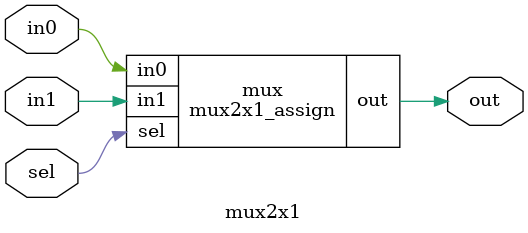
<source format=sv>

module mux2x1_assign (
    input  logic in0,
    input  logic in1,
    input  logic sel,
    output logic out
);
    assign out = sel == 1'b1 ? in1 : in0;
endmodule  // mux2x1_assign


module mux2x1_if (
    input  logic in0,
    input  logic in1,
    input  logic sel,
    output logic out
);
    always_comb begin
        if (sel == 1'b0) out = in0;
        else out = in1;
    end
endmodule  // mux2x1_if


module mux2x1_if2 (
    input  logic in0,
    input  logic in1,
    input  logic sel,
    output logic out
);
    always @(*) begin
        if (sel == 1'b0) out <= in0;
        else out <= in1;
    end
endmodule  // mux2x1_if2


module mux2x1_case (
    input  logic in0,
    input  logic in1,
    input  logic sel,
    output logic out
);

    always_comb begin
        case (sel)
            1'b0: out = in0;
            1'b1: out = in1;
        endcase
    end
endmodule  // mux2x1_case


// Module: mux2x1
// Description: Top-level module, which is only required if this file is
// specified as the top-level module in a synthesis tool. In that case, 
// synthesis tools look for a module with the same name as the file.

module mux2x1 (
    input  logic in0,
    input  logic in1,
    input  logic sel,
    output logic out
);

    // Change the module name here to synthesize other modules.
    // NOTE: This syntax will be explained in structurual architectures. Feel
    // free to ignore for now.

    mux2x1_assign mux (.*);
    // mux2x1_if mux (.*);
    // mux2x1_if2 mux (.*);
    // mux2x1_case mux (.*);

endmodule  // mux2x1

</source>
